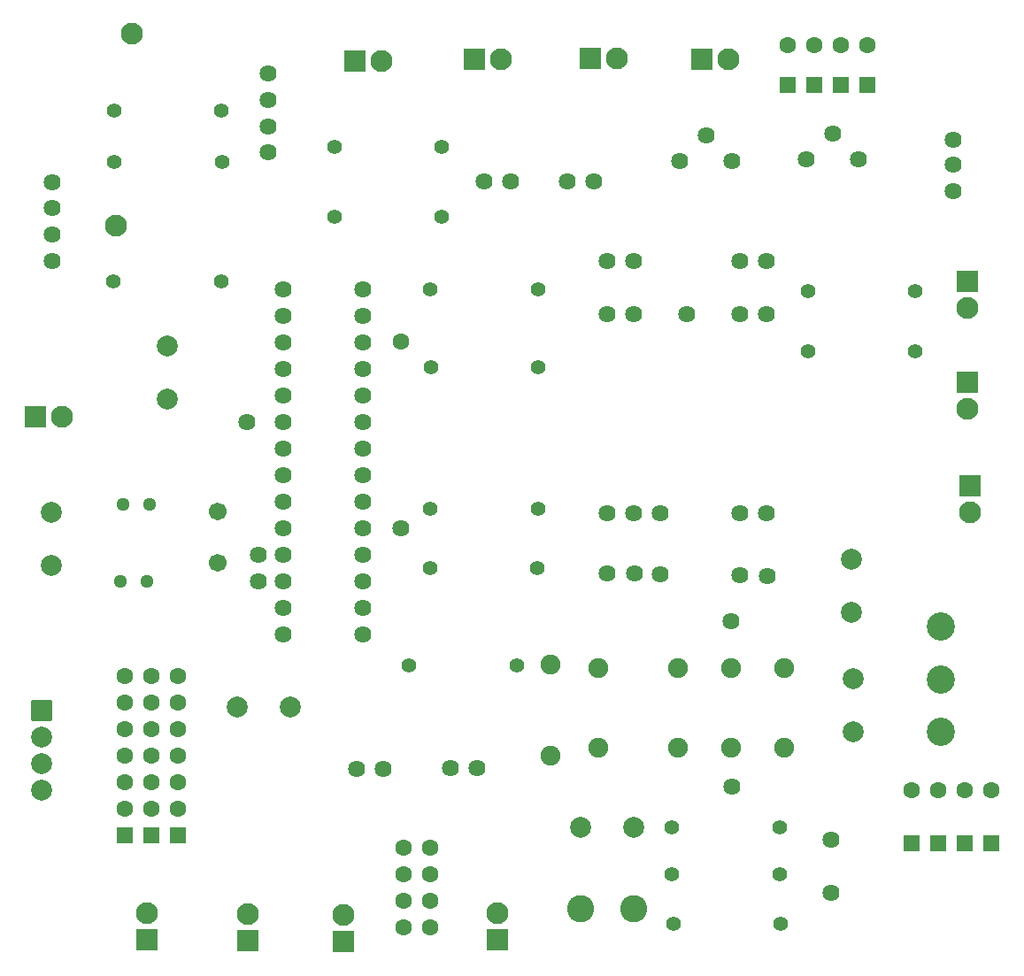
<source format=gbs>
G04 Layer: BottomSolderMaskLayer*
G04 EasyEDA v6.5.51, 2025-11-01 08:24:16*
G04 27a844e1b91c41148074433a3f3d6619,0b2f8be7abf649b19ad213f5e26a3a38,10*
G04 Gerber Generator version 0.2*
G04 Scale: 100 percent, Rotated: No, Reflected: No *
G04 Dimensions in inches *
G04 leading zeros omitted , absolute positions ,3 integer and 6 decimal *
%FSLAX36Y36*%
%MOIN*%

%AMMACRO1*4,1,8,-0.0402,-0.0414,-0.0414,-0.0402,-0.0414,0.0402,-0.0402,0.0414,0.0402,0.0414,0.0414,0.0402,0.0414,-0.0402,0.0402,-0.0414,-0.0402,-0.0414,0*%
%AMMACRO2*4,1,8,-0.0371,-0.0394,-0.0394,-0.0371,-0.0394,0.0371,-0.0371,0.0394,0.0371,0.0394,0.0394,0.0371,0.0394,-0.0371,0.0371,-0.0394,-0.0371,-0.0394,0*%
%AMMACRO3*4,1,8,-0.0304,-0.0315,-0.0315,-0.0304,-0.0315,0.0304,-0.0304,0.0315,0.0304,0.0315,0.0315,0.0304,0.0315,-0.0304,0.0304,-0.0315,-0.0304,-0.0315,0*%
%ADD10C,0.0789*%
%ADD11MACRO1*%
%ADD12C,0.0827*%
%ADD13C,0.0552*%
%ADD14C,0.0640*%
%ADD15C,0.1064*%
%ADD16C,0.0640*%
%ADD17C,0.0640*%
%ADD18C,0.0749*%
%ADD19C,0.0114*%
%ADD20C,0.0510*%
%ADD21C,0.1024*%
%ADD22MACRO2*%
%ADD23C,0.0552*%
%ADD24C,0.0670*%
%ADD25C,0.0631*%
%ADD26MACRO3*%
%ADD27C,0.0631*%

%LPD*%
D10*
G01*
X3518000Y4995599D03*
G01*
X3518000Y5195599D03*
G01*
X3525100Y4545599D03*
G01*
X3525100Y4745599D03*
G01*
X1203699Y4638499D03*
G01*
X1403699Y4638499D03*
D11*
G01*
X3954900Y6241299D03*
D12*
G01*
X3954899Y6141300D03*
D13*
G01*
X2842240Y4006900D03*
G01*
X3247759Y4006900D03*
G01*
X2845640Y3821199D03*
G01*
X3251160Y3821199D03*
G01*
X2842240Y4184699D03*
G01*
X3247759Y4184699D03*
D14*
G01*
X3441800Y3936900D03*
G01*
X3441800Y4136900D03*
G01*
X508699Y6318000D03*
G01*
X508699Y6418000D03*
G01*
X508699Y6518000D03*
G01*
X508699Y6613000D03*
D13*
G01*
X3352740Y6203400D03*
G01*
X3758260Y6203400D03*
G01*
X3352740Y5978400D03*
G01*
X3758260Y5978400D03*
G01*
X1851840Y4794000D03*
G01*
X2257359Y4794000D03*
D15*
G01*
X3854600Y4742300D03*
G01*
X3854600Y4545450D03*
G01*
X3854600Y4939150D03*
D16*
G01*
X3198199Y5367300D03*
D17*
G01*
X3098199Y5367300D03*
G01*
X2798199Y5367300D03*
G01*
X2698199Y5367300D03*
G01*
X2598199Y5367300D03*
G01*
X3198199Y6117300D03*
G01*
X3098199Y6117300D03*
G01*
X2898199Y6117300D03*
G01*
X2698199Y6117300D03*
G01*
X2598199Y6117300D03*
D18*
G01*
X2383800Y4797759D03*
G01*
X2383800Y4455239D03*
D14*
G01*
X1654600Y4402900D03*
G01*
X1754600Y4402900D03*
D11*
G01*
X443900Y5731900D03*
D12*
G01*
X543899Y5731900D03*
D11*
G01*
X1244600Y3757200D03*
D12*
G01*
X1244600Y3857199D03*
D11*
G01*
X1604600Y3752999D03*
D12*
G01*
X1604600Y3853000D03*
D14*
G01*
X2969910Y6791709D03*
G01*
X3068329Y6693290D03*
G01*
X2871480Y6693290D03*
G01*
X3445709Y6798910D03*
G01*
X3544129Y6700490D03*
G01*
X3347280Y6700490D03*
G01*
X1678100Y6211599D03*
G01*
X1378100Y6211599D03*
G01*
X1678100Y6111599D03*
G01*
X1378100Y6111599D03*
G01*
X1678100Y6011599D03*
G01*
X1678100Y5911599D03*
G01*
X1678100Y5811599D03*
G01*
X1678100Y5711599D03*
G01*
X1678100Y5611599D03*
G01*
X1678100Y5511599D03*
G01*
X1678100Y5411599D03*
G01*
X1678100Y5311599D03*
G01*
X1678100Y5211599D03*
G01*
X1678100Y5111599D03*
G01*
X1678100Y5011599D03*
G01*
X1678100Y4911599D03*
G01*
X1378100Y4911599D03*
G01*
X1378100Y5011599D03*
G01*
X1378100Y5111599D03*
G01*
X1378100Y5211599D03*
G01*
X1378100Y5311599D03*
G01*
X1378100Y5411599D03*
G01*
X1378100Y5511599D03*
G01*
X1378100Y5611599D03*
G01*
X1378100Y5711599D03*
G01*
X1378100Y5811599D03*
G01*
X1378100Y5911599D03*
G01*
X1378100Y6011599D03*
D10*
G01*
X939570Y5796920D03*
G01*
X939570Y5996920D03*
G01*
X503870Y5171920D03*
G01*
X503870Y5371920D03*
G01*
X2498900Y4184099D03*
G01*
X2698900Y4184099D03*
D20*
G01*
X774570Y5401920D03*
G01*
X874570Y5401920D03*
G01*
X764570Y5111920D03*
G01*
X864570Y5111920D03*
D14*
G01*
X2133800Y6618299D03*
G01*
X2233800Y6618299D03*
G01*
X2448100Y6618200D03*
G01*
X2548100Y6618200D03*
G01*
X2006670Y4406219D03*
G01*
X2106670Y4406219D03*
D21*
G01*
X2697500Y3877700D03*
G01*
X2496700Y3877700D03*
D22*
G01*
X468800Y4622900D03*
D10*
G01*
X468800Y4522900D03*
G01*
X468800Y4422900D03*
G01*
X468800Y4322900D03*
D18*
G01*
X2565169Y4482919D03*
G01*
X2865169Y4482919D03*
G01*
X3065169Y4482919D03*
G01*
X3265169Y4482919D03*
G01*
X3265169Y4782919D03*
G01*
X3065169Y4782919D03*
G01*
X2865169Y4782919D03*
G01*
X2565169Y4782919D03*
D11*
G01*
X3964800Y5471400D03*
D12*
G01*
X3964799Y5371399D03*
D11*
G01*
X3955300Y5862000D03*
D12*
G01*
X3955299Y5761999D03*
D11*
G01*
X1645970Y7071919D03*
D12*
G01*
X1745969Y7071920D03*
D11*
G01*
X2095970Y7076218D03*
D12*
G01*
X2195969Y7076219D03*
D11*
G01*
X2533771Y7081218D03*
D12*
G01*
X2633770Y7081219D03*
D11*
G01*
X2953071Y7078318D03*
D12*
G01*
X3053069Y7078319D03*
D11*
G01*
X863070Y3760719D03*
D12*
G01*
X863069Y3860720D03*
D11*
G01*
X2182471Y3760818D03*
D12*
G01*
X2182470Y3860819D03*
D13*
G01*
X736810Y6241920D03*
G01*
X1142330Y6241920D03*
G01*
X1930410Y5385619D03*
G01*
X2335929Y5385619D03*
G01*
X1932510Y5915819D03*
D23*
G01*
X2338029Y5915819D03*
D13*
G01*
X740410Y6691219D03*
G01*
X1145929Y6691219D03*
G01*
X739710Y6883319D03*
G01*
X1145230Y6883319D03*
G01*
X1569239Y6749000D03*
G01*
X1974759Y6749000D03*
G01*
X1569139Y6484000D03*
G01*
X1974660Y6484000D03*
G01*
X1931909Y6211920D03*
G01*
X2337430Y6211920D03*
G01*
X1929110Y5160619D03*
G01*
X2334629Y5160619D03*
D14*
G01*
X3899570Y6775520D03*
G01*
X3899570Y6680520D03*
G01*
X3899570Y6580520D03*
G01*
X1319700Y6727600D03*
G01*
X1319700Y6822600D03*
G01*
X1319700Y6922600D03*
G01*
X1319700Y7022600D03*
D24*
G01*
X1129570Y5180470D03*
G01*
X1129570Y5373370D03*
D17*
G01*
X2598170Y6317320D03*
G01*
X2698170Y6317320D03*
G01*
X3098170Y6317320D03*
G01*
X3198170Y6317320D03*
G01*
X2701369Y5140619D03*
G01*
X2798770Y5138020D03*
G01*
X3098770Y5135419D03*
D16*
G01*
X3201369Y5130120D03*
D17*
G01*
X2598370Y5139820D03*
D12*
G01*
X748670Y6450819D03*
G01*
X807669Y7172519D03*
D25*
G01*
X781469Y4753020D03*
G01*
X981469Y4753020D03*
G01*
X881469Y4753020D03*
G01*
X881469Y4653020D03*
G01*
X981469Y4653020D03*
G01*
X781469Y4653020D03*
G01*
X781469Y4453020D03*
G01*
X981469Y4453020D03*
G01*
X881469Y4453020D03*
G01*
X881469Y4553020D03*
G01*
X981469Y4553020D03*
G01*
X781469Y4553020D03*
D26*
G01*
X781471Y4153018D03*
D25*
G01*
X781469Y4253020D03*
G01*
X981469Y4253020D03*
G01*
X881469Y4253020D03*
G01*
X881469Y4353020D03*
G01*
X981469Y4353020D03*
G01*
X781469Y4353020D03*
G01*
X3377600Y7131100D03*
G01*
X3277600Y7131100D03*
G01*
X3477600Y7131100D03*
G01*
X3577600Y7131100D03*
D26*
G01*
X4044771Y4123219D03*
G01*
X3944771Y4123219D03*
G01*
X3744771Y4123219D03*
G01*
X3844771Y4123219D03*
G01*
X881471Y4153018D03*
G01*
X981471Y4153018D03*
G01*
X3377600Y6981098D03*
G01*
X3277600Y6981098D03*
G01*
X3477600Y6981098D03*
G01*
X3577600Y6981098D03*
D25*
G01*
X4044870Y4323249D03*
G01*
X3944870Y4323249D03*
G01*
X3744870Y4323249D03*
G01*
X3844870Y4323249D03*
G01*
X1828969Y3806419D03*
G01*
X1928969Y3806419D03*
G01*
X1828969Y4006419D03*
G01*
X1928969Y4006419D03*
G01*
X1928969Y3906419D03*
G01*
X1828969Y3906419D03*
G01*
X1828969Y4106419D03*
G01*
X1928969Y4106419D03*
D14*
G01*
X3065870Y4335920D03*
G01*
X3065450Y4960149D03*
D27*
G01*
X1819899Y6012900D03*
D14*
G01*
X1821300Y5309899D03*
G01*
X1284499Y5110500D03*
G01*
X1284200Y5211599D03*
G01*
X1239200Y5710599D03*
M02*

</source>
